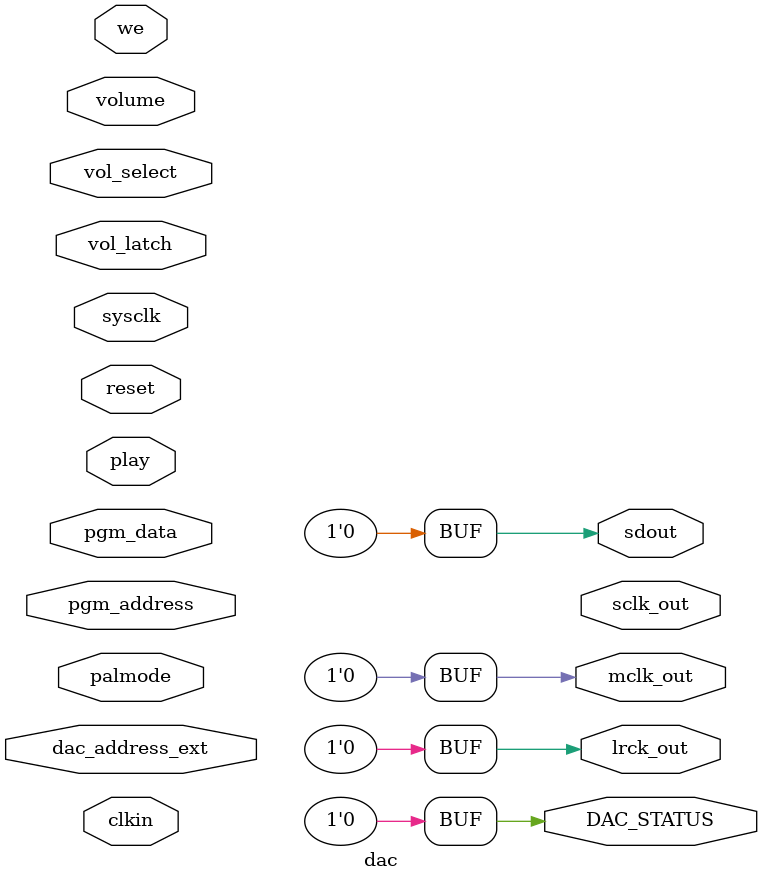
<source format=v>
`timescale 1ns / 1ps
module dac(
  input clkin,
  input sysclk,
  input we,
  input[10:0] pgm_address,
  input[7:0] pgm_data,
  input[7:0] volume,
  input vol_latch,
  input [2:0] vol_select,
  input [8:0] dac_address_ext,
  input play,
  input reset,
  input palmode,
  output sdout,
  output mclk_out,
  output lrck_out,
  output sclk_out,
  output DAC_STATUS
);

`ifdef MK3
`define DAC
`endif

`ifndef DAC
assign sdout = 0;
assign mclk_out = 0;
assign lrck_out = 0;
assign DAC_STATUS = 0;
`else
reg[8:0] dac_address_r;
reg[8:0] dac_address_r_sync;
wire[8:0] dac_address = dac_address_r_sync;

wire[31:0] dac_data;
assign DAC_STATUS = dac_address_r[8];
reg[10:0] vol_reg;
reg[10:0] vol_target_reg;
reg[1:0] vol_latch_reg;
reg vol_valid;
reg[2:0] sysclk_sreg;
wire sysclk_rising = (sysclk_sreg[2:1] == 2'b01);

always @(posedge clkin) begin
  sysclk_sreg <= {sysclk_sreg[1:0], sysclk};
end

`ifdef MK2
dac_buf snes_dac_buf (
  .clka(clkin),
  .wea(~we), // Bus [0 : 0]
  .addra(pgm_address), // Bus [10 : 0]
  .dina(pgm_data), // Bus [7 : 0]
  .clkb(clkin),
  .addrb(dac_address), // Bus [8 : 0]
  .doutb(dac_data)); // Bus [31 : 0]
`endif
`ifdef MK3
dac_buf snes_dac_buf (
  .clock(clkin),
  .wren(~we), // Bus [0 : 0]
  .wraddress(pgm_address), // Bus [10 : 0]
  .data(pgm_data), // Bus [7 : 0]
  .rdaddress(dac_address), // Bus [8 : 0]
  .q(dac_data)); // Bus [31 : 0]
`endif

reg [10:0] cnt;
reg [15:0] smpcnt;
reg [1:0] samples;
reg [15:0] smpshift;

wire mclk = cnt[2]; // mclk = clk/8
wire lrck = cnt[8]; // lrck = mclk/64
wire sclk = cnt[3]; // sclk = lrck*32

reg [2:0] mclk_sreg;
reg [2:0] lrck_sreg;
reg [1:0] sclk_sreg;

assign mclk_out = ~mclk_sreg[2];
assign lrck_out = lrck_sreg[2];
assign sclk_out = sclk_sreg[1];

wire lrck_rising = ({lrck_sreg[0],lrck} == 2'b01);
wire lrck_falling = ({lrck_sreg[0],lrck} == 2'b10);

wire sclk_rising = ({sclk_sreg[0],sclk} == 2'b01);
wire sclk_falling = ({sclk_sreg[0],sclk} == 2'b10);

wire vol_latch_rising = (vol_latch_reg[1:0] == 2'b01);
reg sdout_reg;
assign sdout = sdout_reg;

reg play_r;

initial begin
  cnt = 9'h100;
  smpcnt = 16'b0;
  lrck_sreg = 2'b00;
  sclk_sreg = 2'b00;
  mclk_sreg = 2'b00;
  dac_address_r = 9'b0;
  vol_valid = 1'b0;
  vol_latch_reg = 1'b0;
  vol_reg = 9'h000;
  vol_target_reg = 9'h000;
  samples <= 2'b00;
end

/*
  21477272.727272... /  37500 *  1232 = 44100 * 16
  21281370           / 709379 * 23520 = 44100 * 16
*/
reg [19:0] phaseacc = 0;
wire [14:0] phasemul = (palmode ? 23520 : 1232);
wire [19:0] phasediv = (palmode ? 709379 : 37500);
reg [3:0] subcount = 0;

reg int_strobe = 0, comb_strobe = 0;

always @(posedge clkin) begin
  int_strobe <= 0;
  comb_strobe <= 0;
  if(reset) begin
    dac_address_r <= dac_address_ext;
    phaseacc <= 0;
    subcount <= 0;
  end else if(sysclk_rising) begin
    if(phaseacc >= phasediv) begin
      phaseacc <= phaseacc - phasediv + phasemul;
      subcount <= subcount + 1;
      int_strobe <= 1;
      if (subcount == 0) begin
        comb_strobe <= 1;
        dac_address_r <= dac_address_r + play_r;
      end
    end else begin
      phaseacc <= phaseacc + phasemul;
    end
  end
end

parameter ST0_IDLE  = 10'b1000000000;
parameter ST1_COMB1 = 10'b0000000001;
parameter ST2_COMB2 = 10'b0000000010;
parameter ST3_COMB3 = 10'b0000000100;
parameter ST4_INT1  = 10'b0000010000;
parameter ST5_INT2  = 10'b0000100000;
parameter ST6_INT3  = 10'b0001000000;

reg [63:0] ci[2:0], co[2:0], io[2:0];
reg [9:0] cicstate = 10'h200;
wire [63:0] bufi = {{16{dac_data[31]}}, dac_data[31:16], {16{dac_data[15]}}, dac_data[15:0]};

always @(posedge clkin) begin
  if(reset) begin
    cicstate <= ST0_IDLE;
    {ci[2], ci[1], ci[0]} <= 192'h0;
    {co[2], co[1], co[0]} <= 192'h0;
    {io[2], io[1], io[0]} <= 192'h0;
  end else if(int_strobe) begin
    if(comb_strobe) cicstate <= ST1_COMB1;
    else cicstate <= ST4_INT1;
  end else begin
    case(cicstate)
/****** COMB STAGES ******/
      ST1_COMB1: begin
        cicstate <= ST2_COMB2;
        ci[0] <= bufi;
        co[0][63:32] <= bufi[63:32] - ci[0][63:32];
        co[0][31:0] <= bufi[31:0] - ci[0][31:0];
      end
      ST2_COMB2: begin
        cicstate <= ST3_COMB3;
        ci[1] <= co[0];
        co[1][63:32] <= co[0][63:32] - ci[1][63:32];
        co[1][31:0] <= co[0][31:0] - ci[1][31:0];
      end
      ST3_COMB3: begin
        cicstate <= ST4_INT1;
        ci[2] <= co[1];
        co[2][63:32] <= co[1][63:32] - ci[2][63:32];
        co[2][31:0] <= co[1][31:0] - ci[2][31:0];
      end
/****** INTEGRATOR STAGES ******/
      ST4_INT1: begin
        io[0][63:32] <= co[2][63:32] + io[0][63:32];
        io[0][31:0] <= co[2][31:0] + io[0][31:0];
        cicstate <= ST5_INT2;
      end
      ST5_INT2: begin
        io[1][63:32] <= io[0][63:32] + io[1][63:32];
        io[1][31:0] <= io[0][31:0] + io[1][31:0];
        cicstate <= ST6_INT3;
      end
      ST6_INT3: begin
        io[2][63:32] <= io[1][63:32] + io[2][63:32];
        io[2][31:0] <= io[1][31:0] + io[2][31:0];
        cicstate <= ST0_IDLE;
      end
      default: begin
        cicstate <= ST0_IDLE;
      end
    endcase
  end
end

always @(posedge clkin) begin
  cnt <= cnt + 1;
  mclk_sreg <= {mclk_sreg[1:0], mclk};
  lrck_sreg <= {lrck_sreg[1:0], lrck};
  sclk_sreg <= {sclk_sreg[0], sclk};
  vol_latch_reg <= {vol_latch_reg[0], vol_latch};
  play_r <= play;
end

wire [9:0] vol_orig = volume + volume[7];
wire [9:0] vol_3db = volume + volume[7:1] + volume[7];
wire [9:0] vol_6db = {1'b0, volume, volume[7]} + volume[7];
wire [9:0] vol_9db = {1'b0, volume, 1'b0} + volume + volume[7:6];
wire [9:0] vol_12db = {volume, volume[7:6]};

reg [9:0] vol_scaled;
always @* begin
  case(vol_select)
    3'b000: vol_scaled = vol_orig;
    3'b001: vol_scaled = vol_3db;
    3'b010: vol_scaled = vol_6db;
    3'b011: vol_scaled = vol_9db;
    3'b100: vol_scaled = vol_12db;
    default: vol_scaled = vol_orig;
  endcase
end

always @(posedge clkin) begin
  vol_target_reg <= vol_scaled;
end

always @(posedge clkin) begin
  if (lrck_rising) begin
    dac_address_r_sync <= dac_address_r;
  end
end

// ramp volume only on sample boundaries
always @(posedge clkin) begin
  if (lrck_rising) begin
    if(vol_reg > vol_target_reg)
      vol_reg <= vol_reg - 1;
    else if(vol_reg < vol_target_reg)
      vol_reg <= vol_reg + 1;
  end
end

wire signed [15:0] dac_data_ch = lrck ? io[2][59:44] : io[2][27:12];
wire signed [25:0] vol_sample;
wire signed [15:0] vol_sample_sat;
assign vol_sample = dac_data_ch * $signed({1'b0, vol_reg});
assign vol_sample_sat = ((vol_sample[25:23] == 3'b000 || vol_sample[25:23] == 3'b111) ? vol_sample[23:8]
                      : vol_sample[25] ? 16'sh8000
                      : 16'sh7fff);

always @(posedge clkin) begin
  if (sclk_falling) begin
    smpcnt <= smpcnt + 1;
    sdout_reg <= smpshift[15];
    if (lrck_rising | lrck_falling) begin
      smpshift <= vol_sample_sat;
    end else begin
      smpshift <= {smpshift[14:0], 1'b0};
    end
  end
end
`endif

endmodule

</source>
